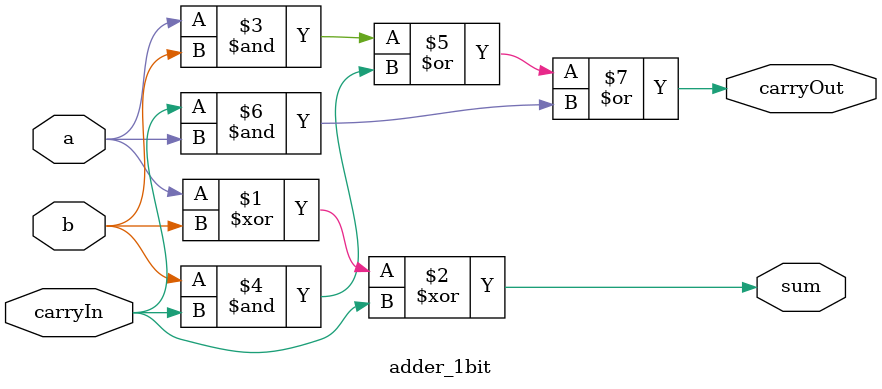
<source format=v>
module adder_1bit (carryOut,sum,a,b,carryIn);
    input a,b,carryIn;
    output sum, carryOut;
    assign sum = a^b^carryIn;
    assign carryOut = a&b | b&carryIn | carryIn&a;
    
endmodule
</source>
